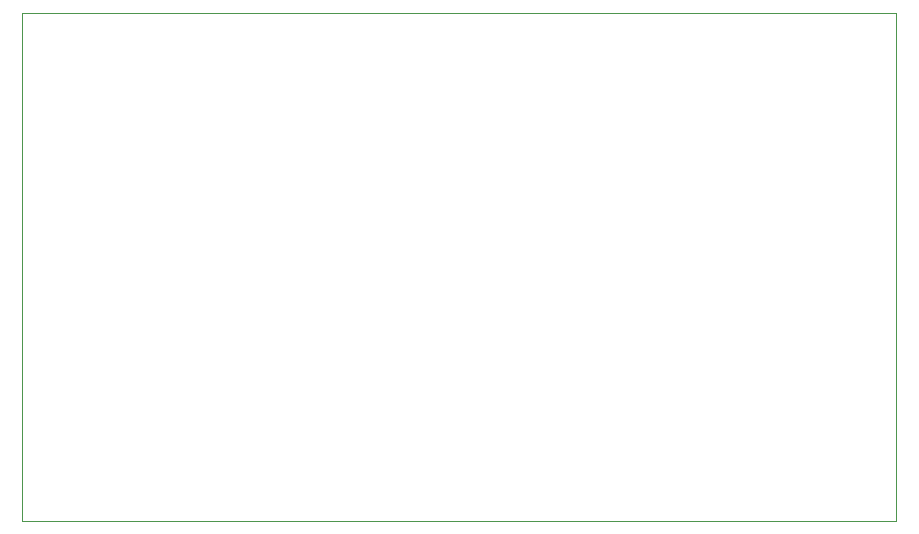
<source format=gbr>
%TF.GenerationSoftware,KiCad,Pcbnew,7.0.1-1.fc37*%
%TF.CreationDate,2023-03-22T21:56:34-05:00*%
%TF.ProjectId,main_board,6d61696e-5f62-46f6-9172-642e6b696361,rev?*%
%TF.SameCoordinates,Original*%
%TF.FileFunction,Profile,NP*%
%FSLAX46Y46*%
G04 Gerber Fmt 4.6, Leading zero omitted, Abs format (unit mm)*
G04 Created by KiCad (PCBNEW 7.0.1-1.fc37) date 2023-03-22 21:56:34*
%MOMM*%
%LPD*%
G01*
G04 APERTURE LIST*
%TA.AperFunction,Profile*%
%ADD10C,0.100000*%
%TD*%
G04 APERTURE END LIST*
D10*
X25000000Y-21000000D02*
X99000000Y-21000000D01*
X99000000Y-64000000D01*
X25000000Y-64000000D01*
X25000000Y-21000000D01*
M02*

</source>
